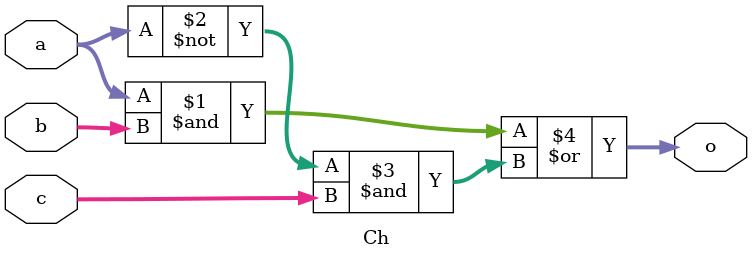
<source format=sv>


module Ch(
	 input wire [31:0] a,
	 input wire [31:0] b,
	 input wire [31:0] c,
	 output wire [31:0] o
	 );

   assign o = (a&b) | (~a&c);

endmodule // m

</source>
